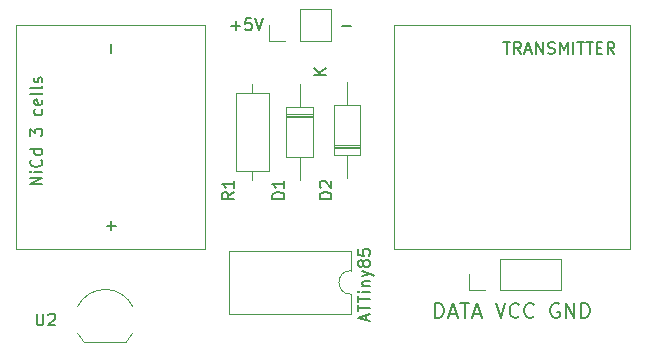
<source format=gto>
G04 #@! TF.GenerationSoftware,KiCad,Pcbnew,(5.1.9-0-10_14)*
G04 #@! TF.CreationDate,2022-09-19T14:57:36+02:00*
G04 #@! TF.ProjectId,outdoor,6f757464-6f6f-4722-9e6b-696361645f70,rev?*
G04 #@! TF.SameCoordinates,Original*
G04 #@! TF.FileFunction,Legend,Top*
G04 #@! TF.FilePolarity,Positive*
%FSLAX46Y46*%
G04 Gerber Fmt 4.6, Leading zero omitted, Abs format (unit mm)*
G04 Created by KiCad (PCBNEW (5.1.9-0-10_14)) date 2022-09-19 14:57:36*
%MOMM*%
%LPD*%
G01*
G04 APERTURE LIST*
%ADD10C,0.150000*%
%ADD11C,0.120000*%
G04 APERTURE END LIST*
D10*
X62214285Y-82071428D02*
X62976190Y-82071428D01*
X62595238Y-82452380D02*
X62595238Y-81690476D01*
X63928571Y-81452380D02*
X63452380Y-81452380D01*
X63404761Y-81928571D01*
X63452380Y-81880952D01*
X63547619Y-81833333D01*
X63785714Y-81833333D01*
X63880952Y-81880952D01*
X63928571Y-81928571D01*
X63976190Y-82023809D01*
X63976190Y-82261904D01*
X63928571Y-82357142D01*
X63880952Y-82404761D01*
X63785714Y-82452380D01*
X63547619Y-82452380D01*
X63452380Y-82404761D01*
X63404761Y-82357142D01*
X64261904Y-81452380D02*
X64595238Y-82452380D01*
X64928571Y-81452380D01*
X71619047Y-82071428D02*
X72380952Y-82071428D01*
X46202380Y-95500000D02*
X45202380Y-95500000D01*
X46202380Y-94928571D01*
X45202380Y-94928571D01*
X46202380Y-94452380D02*
X45535714Y-94452380D01*
X45202380Y-94452380D02*
X45250000Y-94500000D01*
X45297619Y-94452380D01*
X45250000Y-94404761D01*
X45202380Y-94452380D01*
X45297619Y-94452380D01*
X46107142Y-93404761D02*
X46154761Y-93452380D01*
X46202380Y-93595238D01*
X46202380Y-93690476D01*
X46154761Y-93833333D01*
X46059523Y-93928571D01*
X45964285Y-93976190D01*
X45773809Y-94023809D01*
X45630952Y-94023809D01*
X45440476Y-93976190D01*
X45345238Y-93928571D01*
X45250000Y-93833333D01*
X45202380Y-93690476D01*
X45202380Y-93595238D01*
X45250000Y-93452380D01*
X45297619Y-93404761D01*
X46202380Y-92547619D02*
X45202380Y-92547619D01*
X46154761Y-92547619D02*
X46202380Y-92642857D01*
X46202380Y-92833333D01*
X46154761Y-92928571D01*
X46107142Y-92976190D01*
X46011904Y-93023809D01*
X45726190Y-93023809D01*
X45630952Y-92976190D01*
X45583333Y-92928571D01*
X45535714Y-92833333D01*
X45535714Y-92642857D01*
X45583333Y-92547619D01*
X45202380Y-91404761D02*
X45202380Y-90785714D01*
X45583333Y-91119047D01*
X45583333Y-90976190D01*
X45630952Y-90880952D01*
X45678571Y-90833333D01*
X45773809Y-90785714D01*
X46011904Y-90785714D01*
X46107142Y-90833333D01*
X46154761Y-90880952D01*
X46202380Y-90976190D01*
X46202380Y-91261904D01*
X46154761Y-91357142D01*
X46107142Y-91404761D01*
X46154761Y-89166666D02*
X46202380Y-89261904D01*
X46202380Y-89452380D01*
X46154761Y-89547619D01*
X46107142Y-89595238D01*
X46011904Y-89642857D01*
X45726190Y-89642857D01*
X45630952Y-89595238D01*
X45583333Y-89547619D01*
X45535714Y-89452380D01*
X45535714Y-89261904D01*
X45583333Y-89166666D01*
X46154761Y-88357142D02*
X46202380Y-88452380D01*
X46202380Y-88642857D01*
X46154761Y-88738095D01*
X46059523Y-88785714D01*
X45678571Y-88785714D01*
X45583333Y-88738095D01*
X45535714Y-88642857D01*
X45535714Y-88452380D01*
X45583333Y-88357142D01*
X45678571Y-88309523D01*
X45773809Y-88309523D01*
X45869047Y-88785714D01*
X46202380Y-87738095D02*
X46154761Y-87833333D01*
X46059523Y-87880952D01*
X45202380Y-87880952D01*
X46202380Y-87214285D02*
X46154761Y-87309523D01*
X46059523Y-87357142D01*
X45202380Y-87357142D01*
X46154761Y-86880952D02*
X46202380Y-86785714D01*
X46202380Y-86595238D01*
X46154761Y-86500000D01*
X46059523Y-86452380D01*
X46011904Y-86452380D01*
X45916666Y-86500000D01*
X45869047Y-86595238D01*
X45869047Y-86738095D01*
X45821428Y-86833333D01*
X45726190Y-86880952D01*
X45678571Y-86880952D01*
X45583333Y-86833333D01*
X45535714Y-86738095D01*
X45535714Y-86595238D01*
X45583333Y-86500000D01*
X73666666Y-107023809D02*
X73666666Y-106547619D01*
X73952380Y-107119047D02*
X72952380Y-106785714D01*
X73952380Y-106452380D01*
X72952380Y-106261904D02*
X72952380Y-105690476D01*
X73952380Y-105976190D02*
X72952380Y-105976190D01*
X72952380Y-105500000D02*
X72952380Y-104928571D01*
X73952380Y-105214285D02*
X72952380Y-105214285D01*
X73952380Y-104595238D02*
X73285714Y-104595238D01*
X72952380Y-104595238D02*
X73000000Y-104642857D01*
X73047619Y-104595238D01*
X73000000Y-104547619D01*
X72952380Y-104595238D01*
X73047619Y-104595238D01*
X73285714Y-104119047D02*
X73952380Y-104119047D01*
X73380952Y-104119047D02*
X73333333Y-104071428D01*
X73285714Y-103976190D01*
X73285714Y-103833333D01*
X73333333Y-103738095D01*
X73428571Y-103690476D01*
X73952380Y-103690476D01*
X73285714Y-103309523D02*
X73952380Y-103071428D01*
X73285714Y-102833333D02*
X73952380Y-103071428D01*
X74190476Y-103166666D01*
X74238095Y-103214285D01*
X74285714Y-103309523D01*
X73380952Y-102309523D02*
X73333333Y-102404761D01*
X73285714Y-102452380D01*
X73190476Y-102500000D01*
X73142857Y-102500000D01*
X73047619Y-102452380D01*
X73000000Y-102404761D01*
X72952380Y-102309523D01*
X72952380Y-102119047D01*
X73000000Y-102023809D01*
X73047619Y-101976190D01*
X73142857Y-101928571D01*
X73190476Y-101928571D01*
X73285714Y-101976190D01*
X73333333Y-102023809D01*
X73380952Y-102119047D01*
X73380952Y-102309523D01*
X73428571Y-102404761D01*
X73476190Y-102452380D01*
X73571428Y-102500000D01*
X73761904Y-102500000D01*
X73857142Y-102452380D01*
X73904761Y-102404761D01*
X73952380Y-102309523D01*
X73952380Y-102119047D01*
X73904761Y-102023809D01*
X73857142Y-101976190D01*
X73761904Y-101928571D01*
X73571428Y-101928571D01*
X73476190Y-101976190D01*
X73428571Y-102023809D01*
X73380952Y-102119047D01*
X72952380Y-101023809D02*
X72952380Y-101500000D01*
X73428571Y-101547619D01*
X73380952Y-101500000D01*
X73333333Y-101404761D01*
X73333333Y-101166666D01*
X73380952Y-101071428D01*
X73428571Y-101023809D01*
X73523809Y-100976190D01*
X73761904Y-100976190D01*
X73857142Y-101023809D01*
X73904761Y-101071428D01*
X73952380Y-101166666D01*
X73952380Y-101404761D01*
X73904761Y-101500000D01*
X73857142Y-101547619D01*
X85261904Y-83452380D02*
X85833333Y-83452380D01*
X85547619Y-84452380D02*
X85547619Y-83452380D01*
X86738095Y-84452380D02*
X86404761Y-83976190D01*
X86166666Y-84452380D02*
X86166666Y-83452380D01*
X86547619Y-83452380D01*
X86642857Y-83500000D01*
X86690476Y-83547619D01*
X86738095Y-83642857D01*
X86738095Y-83785714D01*
X86690476Y-83880952D01*
X86642857Y-83928571D01*
X86547619Y-83976190D01*
X86166666Y-83976190D01*
X87119047Y-84166666D02*
X87595238Y-84166666D01*
X87023809Y-84452380D02*
X87357142Y-83452380D01*
X87690476Y-84452380D01*
X88023809Y-84452380D02*
X88023809Y-83452380D01*
X88595238Y-84452380D01*
X88595238Y-83452380D01*
X89023809Y-84404761D02*
X89166666Y-84452380D01*
X89404761Y-84452380D01*
X89500000Y-84404761D01*
X89547619Y-84357142D01*
X89595238Y-84261904D01*
X89595238Y-84166666D01*
X89547619Y-84071428D01*
X89500000Y-84023809D01*
X89404761Y-83976190D01*
X89214285Y-83928571D01*
X89119047Y-83880952D01*
X89071428Y-83833333D01*
X89023809Y-83738095D01*
X89023809Y-83642857D01*
X89071428Y-83547619D01*
X89119047Y-83500000D01*
X89214285Y-83452380D01*
X89452380Y-83452380D01*
X89595238Y-83500000D01*
X90023809Y-84452380D02*
X90023809Y-83452380D01*
X90357142Y-84166666D01*
X90690476Y-83452380D01*
X90690476Y-84452380D01*
X91166666Y-84452380D02*
X91166666Y-83452380D01*
X91500000Y-83452380D02*
X92071428Y-83452380D01*
X91785714Y-84452380D02*
X91785714Y-83452380D01*
X92261904Y-83452380D02*
X92833333Y-83452380D01*
X92547619Y-84452380D02*
X92547619Y-83452380D01*
X93166666Y-83928571D02*
X93500000Y-83928571D01*
X93642857Y-84452380D02*
X93166666Y-84452380D01*
X93166666Y-83452380D01*
X93642857Y-83452380D01*
X94642857Y-84452380D02*
X94309523Y-83976190D01*
X94071428Y-84452380D02*
X94071428Y-83452380D01*
X94452380Y-83452380D01*
X94547619Y-83500000D01*
X94595238Y-83547619D01*
X94642857Y-83642857D01*
X94642857Y-83785714D01*
X94595238Y-83880952D01*
X94547619Y-83928571D01*
X94452380Y-83976190D01*
X94071428Y-83976190D01*
X79482142Y-106815476D02*
X79482142Y-105565476D01*
X79779761Y-105565476D01*
X79958333Y-105625000D01*
X80077380Y-105744047D01*
X80136904Y-105863095D01*
X80196428Y-106101190D01*
X80196428Y-106279761D01*
X80136904Y-106517857D01*
X80077380Y-106636904D01*
X79958333Y-106755952D01*
X79779761Y-106815476D01*
X79482142Y-106815476D01*
X80672619Y-106458333D02*
X81267857Y-106458333D01*
X80553571Y-106815476D02*
X80970238Y-105565476D01*
X81386904Y-106815476D01*
X81625000Y-105565476D02*
X82339285Y-105565476D01*
X81982142Y-106815476D02*
X81982142Y-105565476D01*
X82696428Y-106458333D02*
X83291666Y-106458333D01*
X82577380Y-106815476D02*
X82994047Y-105565476D01*
X83410714Y-106815476D01*
X84601190Y-105565476D02*
X85017857Y-106815476D01*
X85434523Y-105565476D01*
X86565476Y-106696428D02*
X86505952Y-106755952D01*
X86327380Y-106815476D01*
X86208333Y-106815476D01*
X86029761Y-106755952D01*
X85910714Y-106636904D01*
X85851190Y-106517857D01*
X85791666Y-106279761D01*
X85791666Y-106101190D01*
X85851190Y-105863095D01*
X85910714Y-105744047D01*
X86029761Y-105625000D01*
X86208333Y-105565476D01*
X86327380Y-105565476D01*
X86505952Y-105625000D01*
X86565476Y-105684523D01*
X87815476Y-106696428D02*
X87755952Y-106755952D01*
X87577380Y-106815476D01*
X87458333Y-106815476D01*
X87279761Y-106755952D01*
X87160714Y-106636904D01*
X87101190Y-106517857D01*
X87041666Y-106279761D01*
X87041666Y-106101190D01*
X87101190Y-105863095D01*
X87160714Y-105744047D01*
X87279761Y-105625000D01*
X87458333Y-105565476D01*
X87577380Y-105565476D01*
X87755952Y-105625000D01*
X87815476Y-105684523D01*
X89958333Y-105625000D02*
X89839285Y-105565476D01*
X89660714Y-105565476D01*
X89482142Y-105625000D01*
X89363095Y-105744047D01*
X89303571Y-105863095D01*
X89244047Y-106101190D01*
X89244047Y-106279761D01*
X89303571Y-106517857D01*
X89363095Y-106636904D01*
X89482142Y-106755952D01*
X89660714Y-106815476D01*
X89779761Y-106815476D01*
X89958333Y-106755952D01*
X90017857Y-106696428D01*
X90017857Y-106279761D01*
X89779761Y-106279761D01*
X90553571Y-106815476D02*
X90553571Y-105565476D01*
X91267857Y-106815476D01*
X91267857Y-105565476D01*
X91863095Y-106815476D02*
X91863095Y-105565476D01*
X92160714Y-105565476D01*
X92339285Y-105625000D01*
X92458333Y-105744047D01*
X92517857Y-105863095D01*
X92577380Y-106101190D01*
X92577380Y-106279761D01*
X92517857Y-106517857D01*
X92458333Y-106636904D01*
X92339285Y-106755952D01*
X92160714Y-106815476D01*
X91863095Y-106815476D01*
D11*
X76000000Y-101000000D02*
X76000000Y-82000000D01*
X96000000Y-101000000D02*
X76000000Y-101000000D01*
X96000000Y-82000000D02*
X96000000Y-101000000D01*
X76000000Y-82000000D02*
X96000000Y-82000000D01*
X49740000Y-108850000D02*
X53340000Y-108850000D01*
X53864184Y-108122795D02*
G75*
G02*
X53340000Y-108850000I-2324184J1122795D01*
G01*
X53896400Y-105901193D02*
G75*
G03*
X51540000Y-104400000I-2356400J-1098807D01*
G01*
X49183600Y-105901193D02*
G75*
G02*
X51540000Y-104400000I2356400J-1098807D01*
G01*
X49215816Y-108122795D02*
G75*
G03*
X49740000Y-108850000I2324184J1122795D01*
G01*
X72330000Y-102810000D02*
X72330000Y-101160000D01*
X72330000Y-101160000D02*
X62050000Y-101160000D01*
X62050000Y-101160000D02*
X62050000Y-106460000D01*
X62050000Y-106460000D02*
X72330000Y-106460000D01*
X72330000Y-106460000D02*
X72330000Y-104810000D01*
X72330000Y-104810000D02*
G75*
G02*
X72330000Y-102810000I0J1000000D01*
G01*
X70620000Y-83330000D02*
X70620000Y-80670000D01*
X68020000Y-83330000D02*
X70620000Y-83330000D01*
X68020000Y-80670000D02*
X70620000Y-80670000D01*
X68020000Y-83330000D02*
X68020000Y-80670000D01*
X66750000Y-83330000D02*
X65420000Y-83330000D01*
X65420000Y-83330000D02*
X65420000Y-82000000D01*
X65370000Y-87810000D02*
X62630000Y-87810000D01*
X62630000Y-87810000D02*
X62630000Y-94350000D01*
X62630000Y-94350000D02*
X65370000Y-94350000D01*
X65370000Y-94350000D02*
X65370000Y-87810000D01*
X64000000Y-87040000D02*
X64000000Y-87810000D01*
X64000000Y-95120000D02*
X64000000Y-94350000D01*
X90103000Y-104454000D02*
X90103000Y-101794000D01*
X84963000Y-104454000D02*
X90103000Y-104454000D01*
X84963000Y-101794000D02*
X90103000Y-101794000D01*
X84963000Y-104454000D02*
X84963000Y-101794000D01*
X83693000Y-104454000D02*
X82363000Y-104454000D01*
X82363000Y-104454000D02*
X82363000Y-103124000D01*
X70880000Y-93040000D02*
X73120000Y-93040000D01*
X73120000Y-93040000D02*
X73120000Y-88800000D01*
X73120000Y-88800000D02*
X70880000Y-88800000D01*
X70880000Y-88800000D02*
X70880000Y-93040000D01*
X72000000Y-94960000D02*
X72000000Y-93040000D01*
X72000000Y-86880000D02*
X72000000Y-88800000D01*
X70880000Y-92320000D02*
X73120000Y-92320000D01*
X70880000Y-92200000D02*
X73120000Y-92200000D01*
X70880000Y-92440000D02*
X73120000Y-92440000D01*
X69120000Y-88960000D02*
X66880000Y-88960000D01*
X66880000Y-88960000D02*
X66880000Y-93200000D01*
X66880000Y-93200000D02*
X69120000Y-93200000D01*
X69120000Y-93200000D02*
X69120000Y-88960000D01*
X68000000Y-87040000D02*
X68000000Y-88960000D01*
X68000000Y-95120000D02*
X68000000Y-93200000D01*
X69120000Y-89680000D02*
X66880000Y-89680000D01*
X69120000Y-89800000D02*
X66880000Y-89800000D01*
X69120000Y-89560000D02*
X66880000Y-89560000D01*
X44000000Y-101000000D02*
X60000000Y-101000000D01*
X60000000Y-101000000D02*
X60000000Y-82000000D01*
X60000000Y-82000000D02*
X44000000Y-82000000D01*
X44000000Y-82000000D02*
X44000000Y-101000000D01*
D10*
X45738095Y-106452380D02*
X45738095Y-107261904D01*
X45785714Y-107357142D01*
X45833333Y-107404761D01*
X45928571Y-107452380D01*
X46119047Y-107452380D01*
X46214285Y-107404761D01*
X46261904Y-107357142D01*
X46309523Y-107261904D01*
X46309523Y-106452380D01*
X46738095Y-106547619D02*
X46785714Y-106500000D01*
X46880952Y-106452380D01*
X47119047Y-106452380D01*
X47214285Y-106500000D01*
X47261904Y-106547619D01*
X47309523Y-106642857D01*
X47309523Y-106738095D01*
X47261904Y-106880952D01*
X46690476Y-107452380D01*
X47309523Y-107452380D01*
X62452380Y-96166666D02*
X61976190Y-96500000D01*
X62452380Y-96738095D02*
X61452380Y-96738095D01*
X61452380Y-96357142D01*
X61500000Y-96261904D01*
X61547619Y-96214285D01*
X61642857Y-96166666D01*
X61785714Y-96166666D01*
X61880952Y-96214285D01*
X61928571Y-96261904D01*
X61976190Y-96357142D01*
X61976190Y-96738095D01*
X62452380Y-95214285D02*
X62452380Y-95785714D01*
X62452380Y-95500000D02*
X61452380Y-95500000D01*
X61595238Y-95595238D01*
X61690476Y-95690476D01*
X61738095Y-95785714D01*
X70702380Y-96738095D02*
X69702380Y-96738095D01*
X69702380Y-96500000D01*
X69750000Y-96357142D01*
X69845238Y-96261904D01*
X69940476Y-96214285D01*
X70130952Y-96166666D01*
X70273809Y-96166666D01*
X70464285Y-96214285D01*
X70559523Y-96261904D01*
X70654761Y-96357142D01*
X70702380Y-96500000D01*
X70702380Y-96738095D01*
X69797619Y-95785714D02*
X69750000Y-95738095D01*
X69702380Y-95642857D01*
X69702380Y-95404761D01*
X69750000Y-95309523D01*
X69797619Y-95261904D01*
X69892857Y-95214285D01*
X69988095Y-95214285D01*
X70130952Y-95261904D01*
X70702380Y-95833333D01*
X70702380Y-95214285D01*
X66702380Y-96738095D02*
X65702380Y-96738095D01*
X65702380Y-96500000D01*
X65750000Y-96357142D01*
X65845238Y-96261904D01*
X65940476Y-96214285D01*
X66130952Y-96166666D01*
X66273809Y-96166666D01*
X66464285Y-96214285D01*
X66559523Y-96261904D01*
X66654761Y-96357142D01*
X66702380Y-96500000D01*
X66702380Y-96738095D01*
X66702380Y-95214285D02*
X66702380Y-95785714D01*
X66702380Y-95500000D02*
X65702380Y-95500000D01*
X65845238Y-95595238D01*
X65940476Y-95690476D01*
X65988095Y-95785714D01*
X70252380Y-86261904D02*
X69252380Y-86261904D01*
X70252380Y-85690476D02*
X69680952Y-86119047D01*
X69252380Y-85690476D02*
X69823809Y-86261904D01*
X52071428Y-84380952D02*
X52071428Y-83619047D01*
X52071428Y-99380952D02*
X52071428Y-98619047D01*
X52452380Y-99000000D02*
X51690476Y-99000000D01*
M02*

</source>
